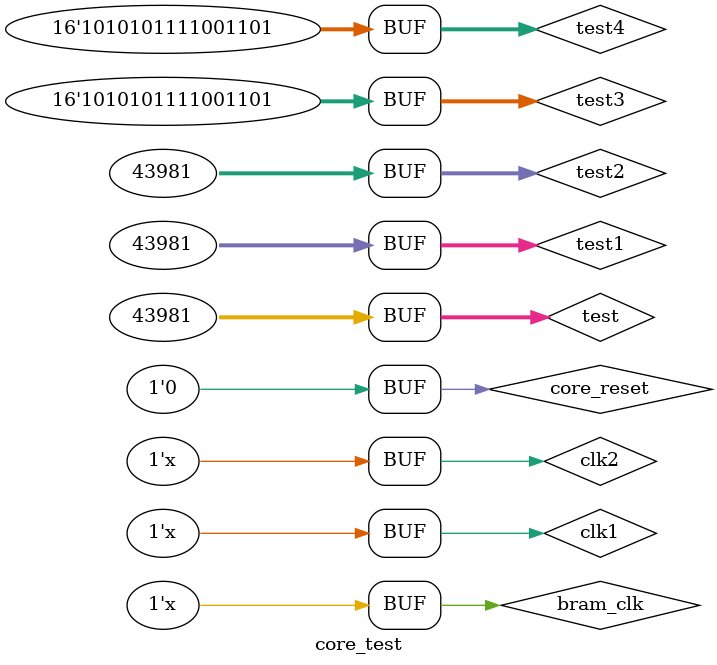
<source format=v>
`timescale 1ns / 1ps
module core_test(
    );

    reg clk1;
    reg clk2;
    reg bram_clk;
    
    reg  [31:0] test;
    wire [0:31] test1;
    wire [31:0] test2;
    wire [15:0] test3;
    wire [0:15] test4;
    
    wire [31:0] bram_a_din;
    wire [95:0] pixel_data;
    
    wire fifo_empty;
    wire pixel_fifo_rd_en;
    
    assign test1 = test;
    assign test2 = test;
    assign test3 = test2[15:0];
    assign test4 = test1[16:31];
    
    always 
        #70 clk1 = ~clk1;
    always 
        #50 clk2 = ~clk2;
    always 
        #5 bram_clk = ~bram_clk;
    
    reg fb_ack;
    wire fb_req;
    wire [31:0] fb_addr;
    wire [31:0] fb_data; 
    
    reg core_reset;
    
    initial begin
        clk1 <= 0;
        clk2 <= 0;
        bram_clk <= 0;
        test <= 32'hABCD;
        core_reset <= 0;
        /*
        # 5000
        core_reset <= 1;
        # 500
        core_reset <= 0;
        */
    end
    
    gl_core_internal core ( .clk1(clk1), 
                            .clk2(clk2), 
                            .reset(core_reset), 
                            .bram_a_clk(bram_clk), 
                            .bram_a_en(1'b1), 
                            .bram_a_write_en(4'b0), 
                            .bram_a_rst(1'b0), 
                            .bram_a_addr(32'h0), 
                            .bram_a_din(bram_a_din), 
                            .bram_a_dout(32'h0),
                            .pixel_fifo_rd_clk(bram_clk), 
                            .pixel_fifo_dout(pixel_data), 
                            .pixel_fifo_empty(fifo_empty), 
                            .pixel_fifo_rd_en(pixel_fifo_rd_en)
                          );
    

    
    always @ (posedge bram_clk)
    begin
        if (fb_req)
        begin
            fb_ack <= 1;
        end
        else
        begin
            fb_ack <= 0;
        end
    end
    
    wire [3:0] fbw_state;
    
    fbwriter fbwriter(
                .reset(1'b0),
                .fifo_data(pixel_data),
                .fifo_empty(fifo_empty),
                .fifo_rd_en(pixel_fifo_rd_en),
                
                .PLB_clk(bram_clk),
                .IP2Bus_MstWr_Req(fb_req),
                .IP2Bus_Mst_Addr(fb_addr),
                
                .Bus2IP_Mst_CmdAck(fb_ack),
                .Bus2IP_Mst_Cmplt(fb_ack),
                .IP2Bus_MstWr_d(fb_data)
                
    );

endmodule

</source>
